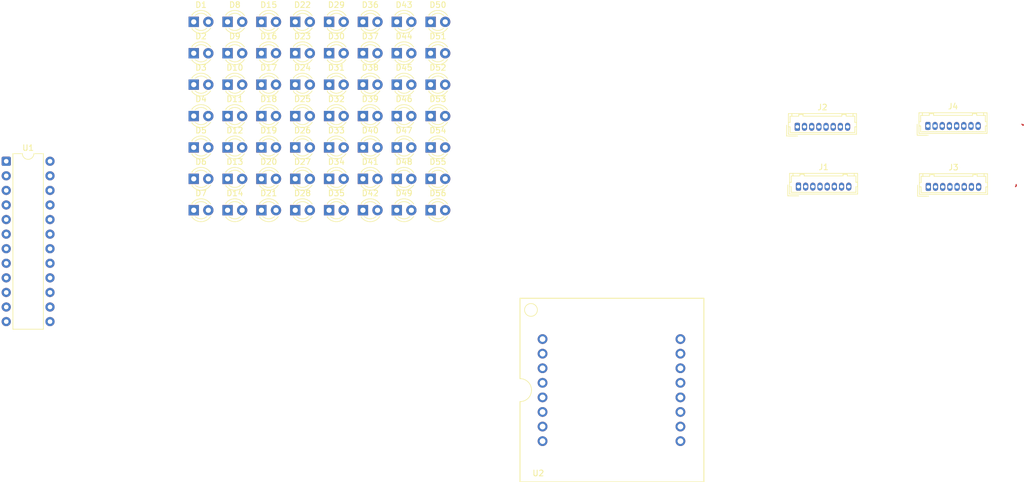
<source format=kicad_pcb>
(kicad_pcb (version 20241229) (generator "pcbnew") (generator_version "9.0")
  (layers (0 "F.Cu" signal) (2 "B.Cu" signal) (13 "F.Paste" user) (15 "B.Paste" user) (5 "F.SilkS" user "F.Silkscreen") (7 "B.SilkS" user "B.Silkscreen") (1 "F.Mask" user) (3 "B.Mask" user) (25 "Edge.Cuts" user))
  (net 0 "")
  (net 1 "Net-(D1-K)")
  (net 2 "Net-(D1-A)")
  (net 3 "Net-(D16-K)")
  (net 9 "Net-(D10-A)")
  (net 15 "Net-(D15-A)")
  (net 21 "Net-(D22-A)")
  (net 27 "Net-(D29-A)")
  (net 33 "Net-(D36-A)")
  (net 39 "Net-(D43-A)")
  (net 45 "Net-(D50-A)")
  (net 51 "4")
  (net 52 "7")
  (net 53 "6")
  (net 54 "5")
  (net 55 "8")
  (net 56 "2")
  (net 57 "3")
  (net 70 "Net-(U1-GND-Pad4)")
  (net 81 "1")
  (net 82 "16")
  (net 83 "15")
  (net 84 "10")
  (net 85 "9")
  (net 86 "14")
  (net 87 "12")
  (net 88 "11")
  (net 89 "13")
  (footprint "LED_THT:LED_D3.0mm_Clear" (layer "F.Cu") (at 110.998 71.3052)
    (property "Reference" "D54" (at 1.27 -2.96 0) (layer "F.SilkS"))
    (property "Value" "LED")
    (pad "1" thru_hole rect (at 0 0) (size 1.8 1.8) (drill 0.9) (layers "*.Cu" "*.Mask"))
    (pad "2" thru_hole circle (at 2.54 0) (size 1.8 1.8) (drill 0.9) (layers "*.Cu" "*.Mask") (net 45 "Net-(D50-A)"))
  )
  (footprint "LED_THT:LED_D3.0mm_Clear" (layer "F.Cu") (at 81.548 49.4252)
    (property "Reference" "D15" (at 1.27 -2.96 0) (layer "F.SilkS"))
    (property "Value" "LED")
    (pad "1" thru_hole rect (at 0 0) (size 1.8 1.8) (drill 0.9) (layers "*.Cu" "*.Mask") (net 1 "Net-(D1-K)"))
    (pad "2" thru_hole circle (at 2.54 0) (size 1.8 1.8) (drill 0.9) (layers "*.Cu" "*.Mask") (net 15 "Net-(D15-A)"))
  )
  (footprint "LED_THT:LED_D3.0mm_Clear" (layer "F.Cu") (at 99.218 76.7752)
    (property "Reference" "D41" (at 1.27 -2.96 0) (layer "F.SilkS"))
    (property "Value" "LED")
    (pad "1" thru_hole rect (at 0 0) (size 1.8 1.8) (drill 0.9) (layers "*.Cu" "*.Mask"))
    (pad "2" thru_hole circle (at 2.54 0) (size 1.8 1.8) (drill 0.9) (layers "*.Cu" "*.Mask") (net 33 "Net-(D36-A)"))
  )
  (footprint "LED_THT:LED_D3.0mm_Clear" (layer "F.Cu") (at 69.768 76.7752)
    (property "Reference" "D6" (at 1.27 -2.96 0) (layer "F.SilkS"))
    (property "Value" "LED")
    (pad "1" thru_hole rect (at 0 0) (size 1.8 1.8) (drill 0.9) (layers "*.Cu" "*.Mask"))
    (pad "2" thru_hole circle (at 2.54 0) (size 1.8 1.8) (drill 0.9) (layers "*.Cu" "*.Mask") (net 2 "Net-(D1-A)"))
  )
  (footprint "LED_THT:LED_D3.0mm_Clear" (layer "F.Cu") (at 69.768 65.8352)
    (property "Reference" "D4" (at 1.27 -2.96 0) (layer "F.SilkS"))
    (property "Value" "LED")
    (pad "1" thru_hole rect (at 0 0) (size 1.8 1.8) (drill 0.9) (layers "*.Cu" "*.Mask"))
    (pad "2" thru_hole circle (at 2.54 0) (size 1.8 1.8) (drill 0.9) (layers "*.Cu" "*.Mask") (net 2 "Net-(D1-A)"))
  )
  (footprint "LED_THT:LED_D3.0mm_Clear" (layer "F.Cu") (at 87.438 49.4252)
    (property "Reference" "D22" (at 1.27 -2.96 0) (layer "F.SilkS"))
    (property "Value" "LED")
    (pad "1" thru_hole rect (at 0 0) (size 1.8 1.8) (drill 0.9) (layers "*.Cu" "*.Mask") (net 1 "Net-(D1-K)"))
    (pad "2" thru_hole circle (at 2.54 0) (size 1.8 1.8) (drill 0.9) (layers "*.Cu" "*.Mask") (net 21 "Net-(D22-A)"))
  )
  (footprint "LED_THT:LED_D3.0mm_Clear" (layer "F.Cu") (at 75.658 76.7752)
    (property "Reference" "D13" (at 1.27 -2.96 0) (layer "F.SilkS"))
    (property "Value" "LED")
    (pad "1" thru_hole rect (at 0 0) (size 1.8 1.8) (drill 0.9) (layers "*.Cu" "*.Mask"))
    (pad "2" thru_hole circle (at 2.54 0) (size 1.8 1.8) (drill 0.9) (layers "*.Cu" "*.Mask") (net 9 "Net-(D10-A)"))
  )
  (footprint "LED_THT:LED_D3.0mm_Clear" (layer "F.Cu") (at 110.998 54.8952)
    (property "Reference" "D51" (at 1.27 -2.96 0) (layer "F.SilkS"))
    (property "Value" "LED")
    (pad "1" thru_hole rect (at 0 0) (size 1.8 1.8) (drill 0.9) (layers "*.Cu" "*.Mask") (net 3 "Net-(D16-K)"))
    (pad "2" thru_hole circle (at 2.54 0) (size 1.8 1.8) (drill 0.9) (layers "*.Cu" "*.Mask") (net 45 "Net-(D50-A)"))
  )
  (footprint "Connector_Hirose:Hirose_DF13-08P-1.25DSA_1x08_P1.25mm_Vertical" (layer "F.Cu") (at 174.8258 67.71)
    (property "Reference" "J2" (at 4.38 -3.4 0) (layer "F.SilkS"))
    (property "Value" "Pines moludo 9 a 16")
    (pad "1" thru_hole roundrect (at 0 0) (size 0.9 1.4) (drill 0.6) (layers "*.Cu" "*.Mask") (net 82 "16"))
    (pad "2" thru_hole oval (at 1.25 0) (size 0.9 1.4) (drill 0.6) (layers "*.Cu" "*.Mask") (net 83 "15"))
    (pad "3" thru_hole oval (at 2.5 0) (size 0.9 1.4) (drill 0.6) (layers "*.Cu" "*.Mask") (net 86 "14"))
    (pad "4" thru_hole oval (at 3.75 0) (size 0.9 1.4) (drill 0.6) (layers "*.Cu" "*.Mask") (net 89 "13"))
    (pad "5" thru_hole oval (at 5 0) (size 0.9 1.4) (drill 0.6) (layers "*.Cu" "*.Mask") (net 87 "12"))
    (pad "6" thru_hole oval (at 6.25 0) (size 0.9 1.4) (drill 0.6) (layers "*.Cu" "*.Mask") (net 88 "11"))
    (pad "7" thru_hole oval (at 7.5 0) (size 0.9 1.4) (drill 0.6) (layers "*.Cu" "*.Mask") (net 84 "10"))
    (pad "8" thru_hole oval (at 8.75 0) (size 0.9 1.4) (drill 0.6) (layers "*.Cu" "*.Mask") (net 85 "9"))
  )
  (footprint "Connector_Hirose:Hirose_DF13-08P-1.25DSA_1x08_P1.25mm_Vertical" (layer "F.Cu") (at 175.026 78.1304)
    (property "Reference" "J1" (at 4.38 -3.4 0) (layer "F.SilkS"))
    (property "Value" "PinesModulo 1 a 8")
    (pad "1" thru_hole roundrect (at 0 0) (size 0.9 1.4) (drill 0.6) (layers "*.Cu" "*.Mask") (net 81 "1"))
    (pad "2" thru_hole oval (at 1.25 0) (size 0.9 1.4) (drill 0.6) (layers "*.Cu" "*.Mask") (net 56 "2"))
    (pad "3" thru_hole oval (at 2.5 0) (size 0.9 1.4) (drill 0.6) (layers "*.Cu" "*.Mask") (net 57 "3"))
    (pad "4" thru_hole oval (at 3.75 0) (size 0.9 1.4) (drill 0.6) (layers "*.Cu" "*.Mask") (net 51 "4"))
    (pad "5" thru_hole oval (at 5 0) (size 0.9 1.4) (drill 0.6) (layers "*.Cu" "*.Mask") (net 54 "5"))
    (pad "6" thru_hole oval (at 6.25 0) (size 0.9 1.4) (drill 0.6) (layers "*.Cu" "*.Mask") (net 53 "6"))
    (pad "7" thru_hole oval (at 7.5 0) (size 0.9 1.4) (drill 0.6) (layers "*.Cu" "*.Mask") (net 52 "7"))
    (pad "8" thru_hole oval (at 8.75 0) (size 0.9 1.4) (drill 0.6) (layers "*.Cu" "*.Mask") (net 55 "8"))
  )
  (footprint "LED_THT:LED_D3.0mm_Clear" (layer "F.Cu") (at 93.328 71.3052)
    (property "Reference" "D33" (at 1.27 -2.96 0) (layer "F.SilkS"))
    (property "Value" "LED")
    (pad "1" thru_hole rect (at 0 0) (size 1.8 1.8) (drill 0.9) (layers "*.Cu" "*.Mask"))
    (pad "2" thru_hole circle (at 2.54 0) (size 1.8 1.8) (drill 0.9) (layers "*.Cu" "*.Mask") (net 27 "Net-(D29-A)"))
  )
  (footprint "LED_THT:LED_D3.0mm_Clear" (layer "F.Cu") (at 105.108 82.2452)
    (property "Reference" "D49" (at 1.27 -2.96 0) (layer "F.SilkS"))
    (property "Value" "LED")
    (pad "1" thru_hole rect (at 0 0) (size 1.8 1.8) (drill 0.9) (layers "*.Cu" "*.Mask"))
    (pad "2" thru_hole circle (at 2.54 0) (size 1.8 1.8) (drill 0.9) (layers "*.Cu" "*.Mask") (net 39 "Net-(D43-A)"))
  )
  (footprint "LED_THT:LED_D3.0mm_Clear" (layer "F.Cu") (at 75.658 82.2452)
    (property "Reference" "D14" (at 1.27 -2.96 0) (layer "F.SilkS"))
    (property "Value" "LED")
    (pad "1" thru_hole rect (at 0 0) (size 1.8 1.8) (drill 0.9) (layers "*.Cu" "*.Mask"))
    (pad "2" thru_hole circle (at 2.54 0) (size 1.8 1.8) (drill 0.9) (layers "*.Cu" "*.Mask") (net 9 "Net-(D10-A)"))
  )
  (footprint "LED_THT:LED_D3.0mm_Clear" (layer "F.Cu") (at 81.548 65.8352)
    (property "Reference" "D18" (at 1.27 -2.96 0) (layer "F.SilkS"))
    (property "Value" "LED")
    (pad "1" thru_hole rect (at 0 0) (size 1.8 1.8) (drill 0.9) (layers "*.Cu" "*.Mask"))
    (pad "2" thru_hole circle (at 2.54 0) (size 1.8 1.8) (drill 0.9) (layers "*.Cu" "*.Mask") (net 15 "Net-(D15-A)"))
  )
  (footprint "LED_THT:LED_D3.0mm_Clear" (layer "F.Cu") (at 93.328 60.3652)
    (property "Reference" "D31" (at 1.27 -2.96 0) (layer "F.SilkS"))
    (property "Value" "LED")
    (pad "1" thru_hole rect (at 0 0) (size 1.8 1.8) (drill 0.9) (layers "*.Cu" "*.Mask"))
    (pad "2" thru_hole circle (at 2.54 0) (size 1.8 1.8) (drill 0.9) (layers "*.Cu" "*.Mask") (net 27 "Net-(D29-A)"))
  )
  (footprint "Connector_Hirose:Hirose_DF13-08P-1.25DSA_1x08_P1.25mm_Vertical" (layer "F.Cu") (at 197.5504 67.564)
    (property "Reference" "J4" (at 4.38 -3.4 0) (layer "F.SilkS"))
    (property "Value" "Matriz LED Filas")
    (pad "1" thru_hole roundrect (at 0 0) (size 0.9 1.4) (drill 0.6) (layers "*.Cu" "*.Mask") (net 85 "9"))
    (pad "2" thru_hole oval (at 1.25 0) (size 0.9 1.4) (drill 0.6) (layers "*.Cu" "*.Mask") (net 86 "14"))
    (pad "3" thru_hole oval (at 2.5 0) (size 0.9 1.4) (drill 0.6) (layers "*.Cu" "*.Mask") (net 55 "8"))
    (pad "4" thru_hole oval (at 3.75 0) (size 0.9 1.4) (drill 0.6) (layers "*.Cu" "*.Mask") (net 87 "12"))
    (pad "5" thru_hole oval (at 5 0) (size 0.9 1.4) (drill 0.6) (layers "*.Cu" "*.Mask") (net 81 "1"))
    (pad "6" thru_hole oval (at 6.25 0) (size 0.9 1.4) (drill 0.6) (layers "*.Cu" "*.Mask") (net 52 "7"))
    (pad "7" thru_hole oval (at 7.5 0) (size 0.9 1.4) (drill 0.6) (layers "*.Cu" "*.Mask") (net 56 "2"))
    (pad "8" thru_hole oval (at 8.75 0) (size 0.9 1.4) (drill 0.6) (layers "*.Cu" "*.Mask") (net 54 "5"))
  )
  (footprint "LED_THT:LED_D3.0mm_Clear" (layer "F.Cu") (at 69.768 49.4252)
    (property "Reference" "D1" (at 1.27 -2.96 0) (layer "F.SilkS"))
    (property "Value" "LED")
    (pad "1" thru_hole rect (at 0 0) (size 1.8 1.8) (drill 0.9) (layers "*.Cu" "*.Mask") (net 1 "Net-(D1-K)"))
    (pad "2" thru_hole circle (at 2.54 0) (size 1.8 1.8) (drill 0.9) (layers "*.Cu" "*.Mask") (net 2 "Net-(D1-A)"))
  )
  (footprint "LED_THT:LED_D3.0mm_Clear" (layer "F.Cu") (at 87.438 82.2452)
    (property "Reference" "D28" (at 1.27 -2.96 0) (layer "F.SilkS"))
    (property "Value" "LED")
    (pad "1" thru_hole rect (at 0 0) (size 1.8 1.8) (drill 0.9) (layers "*.Cu" "*.Mask"))
    (pad "2" thru_hole circle (at 2.54 0) (size 1.8 1.8) (drill 0.9) (layers "*.Cu" "*.Mask") (net 21 "Net-(D22-A)"))
  )
  (footprint "LED_THT:LED_D3.0mm_Clear" (layer "F.Cu") (at 87.438 65.8352)
    (property "Reference" "D25" (at 1.27 -2.96 0) (layer "F.SilkS"))
    (property "Value" "LED")
    (pad "1" thru_hole rect (at 0 0) (size 1.8 1.8) (drill 0.9) (layers "*.Cu" "*.Mask"))
    (pad "2" thru_hole circle (at 2.54 0) (size 1.8 1.8) (drill 0.9) (layers "*.Cu" "*.Mask") (net 21 "Net-(D22-A)"))
  )
  (footprint "LED_THT:LED_D3.0mm_Clear" (layer "F.Cu") (at 105.108 76.7752)
    (property "Reference" "D48" (at 1.27 -2.96 0) (layer "F.SilkS"))
    (property "Value" "LED")
    (pad "1" thru_hole rect (at 0 0) (size 1.8 1.8) (drill 0.9) (layers "*.Cu" "*.Mask"))
    (pad "2" thru_hole circle (at 2.54 0) (size 1.8 1.8) (drill 0.9) (layers "*.Cu" "*.Mask") (net 39 "Net-(D43-A)"))
  )
  (footprint "LED_THT:LED_D3.0mm_Clear" (layer "F.Cu") (at 99.218 65.8352)
    (property "Reference" "D39" (at 1.27 -2.96 0) (layer "F.SilkS"))
    (property "Value" "LED")
    (pad "1" thru_hole rect (at 0 0) (size 1.8 1.8) (drill 0.9) (layers "*.Cu" "*.Mask"))
    (pad "2" thru_hole circle (at 2.54 0) (size 1.8 1.8) (drill 0.9) (layers "*.Cu" "*.Mask") (net 33 "Net-(D36-A)"))
  )
  (footprint "LED_THT:LED_D3.0mm_Clear" (layer "F.Cu") (at 93.328 49.4252)
    (property "Reference" "D29" (at 1.27 -2.96 0) (layer "F.SilkS"))
    (property "Value" "LED")
    (pad "1" thru_hole rect (at 0 0) (size 1.8 1.8) (drill 0.9) (layers "*.Cu" "*.Mask") (net 1 "Net-(D1-K)"))
    (pad "2" thru_hole circle (at 2.54 0) (size 1.8 1.8) (drill 0.9) (layers "*.Cu" "*.Mask") (net 27 "Net-(D29-A)"))
  )
  (footprint "LED_THT:LED_D3.0mm_Clear" (layer "F.Cu") (at 69.768 60.3652)
    (property "Reference" "D3" (at 1.27 -2.96 0) (layer "F.SilkS"))
    (property "Value" "LED")
    (pad "1" thru_hole rect (at 0 0) (size 1.8 1.8) (drill 0.9) (layers "*.Cu" "*.Mask"))
    (pad "2" thru_hole circle (at 2.54 0) (size 1.8 1.8) (drill 0.9) (layers "*.Cu" "*.Mask") (net 2 "Net-(D1-A)"))
  )
  (footprint "Connector_Hirose:Hirose_DF13-08P-1.25DSA_1x08_P1.25mm_Vertical" (layer "F.Cu") (at 197.632 78.1812)
    (property "Reference" "J3" (at 4.38 -3.4 0) (layer "F.SilkS"))
    (property "Value" "matriz LED Columnas")
    (pad "1" thru_hole roundrect (at 0 0) (size 0.9 1.4) (drill 0.6) (layers "*.Cu" "*.Mask") (net 89 "13"))
    (pad "2" thru_hole oval (at 1.25 0) (size 0.9 1.4) (drill 0.6) (layers "*.Cu" "*.Mask") (net 57 "3"))
    (pad "3" thru_hole oval (at 2.5 0) (size 0.9 1.4) (drill 0.6) (layers "*.Cu" "*.Mask") (net 51 "4"))
    (pad "4" thru_hole oval (at 3.75 0) (size 0.9 1.4) (drill 0.6) (layers "*.Cu" "*.Mask") (net 84 "10"))
    (pad "5" thru_hole oval (at 5 0) (size 0.9 1.4) (drill 0.6) (layers "*.Cu" "*.Mask") (net 53 "6"))
    (pad "6" thru_hole oval (at 6.25 0) (size 0.9 1.4) (drill 0.6) (layers "*.Cu" "*.Mask") (net 88 "11"))
    (pad "7" thru_hole oval (at 7.5 0) (size 0.9 1.4) (drill 0.6) (layers "*.Cu" "*.Mask") (net 83 "15"))
    (pad "8" thru_hole oval (at 8.75 0) (size 0.9 1.4) (drill 0.6) (layers "*.Cu" "*.Mask") (net 82 "16"))
  )
  (footprint "LED_THT:LED_D3.0mm_Clear" (layer "F.Cu") (at 75.658 65.8352)
    (property "Reference" "D11" (at 1.27 -2.96 0) (layer "F.SilkS"))
    (property "Value" "LED")
    (pad "1" thru_hole rect (at 0 0) (size 1.8 1.8) (drill 0.9) (layers "*.Cu" "*.Mask"))
    (pad "2" thru_hole circle (at 2.54 0) (size 1.8 1.8) (drill 0.9) (layers "*.Cu" "*.Mask") (net 9 "Net-(D10-A)"))
  )
  (footprint "LED_THT:LED_D3.0mm_Clear" (layer "F.Cu") (at 105.108 71.3052)
    (property "Reference" "D47" (at 1.27 -2.96 0) (layer "F.SilkS"))
    (property "Value" "LED")
    (pad "1" thru_hole rect (at 0 0) (size 1.8 1.8) (drill 0.9) (layers "*.Cu" "*.Mask"))
    (pad "2" thru_hole circle (at 2.54 0) (size 1.8 1.8) (drill 0.9) (layers "*.Cu" "*.Mask") (net 39 "Net-(D43-A)"))
  )
  (footprint "LED_THT:LED_D3.0mm_Clear" (layer "F.Cu") (at 105.108 60.3652)
    (property "Reference" "D45" (at 1.27 -2.96 0) (layer "F.SilkS"))
    (property "Value" "LED")
    (pad "1" thru_hole rect (at 0 0) (size 1.8 1.8) (drill 0.9) (layers "*.Cu" "*.Mask"))
    (pad "2" thru_hole circle (at 2.54 0) (size 1.8 1.8) (drill 0.9) (layers "*.Cu" "*.Mask") (net 39 "Net-(D43-A)"))
  )
  (footprint "LED_THT:LED_D3.0mm_Clear" (layer "F.Cu") (at 81.548 60.3652)
    (property "Reference" "D17" (at 1.27 -2.96 0) (layer "F.SilkS"))
    (property "Value" "LED")
    (pad "1" thru_hole rect (at 0 0) (size 1.8 1.8) (drill 0.9) (layers "*.Cu" "*.Mask"))
    (pad "2" thru_hole circle (at 2.54 0) (size 1.8 1.8) (drill 0.9) (layers "*.Cu" "*.Mask") (net 15 "Net-(D15-A)"))
  )
  (footprint "LED_THT:LED_D3.0mm_Clear" (layer "F.Cu") (at 105.108 65.8352)
    (property "Reference" "D46" (at 1.27 -2.96 0) (layer "F.SilkS"))
    (property "Value" "LED")
    (pad "1" thru_hole rect (at 0 0) (size 1.8 1.8) (drill 0.9) (layers "*.Cu" "*.Mask"))
    (pad "2" thru_hole circle (at 2.54 0) (size 1.8 1.8) (drill 0.9) (layers "*.Cu" "*.Mask") (net 39 "Net-(D43-A)"))
  )
  (footprint "LED_THT:LED_D3.0mm_Clear" (layer "F.Cu") (at 87.438 76.7752)
    (property "Reference" "D27" (at 1.27 -2.96 0) (layer "F.SilkS"))
    (property "Value" "LED")
    (pad "1" thru_hole rect (at 0 0) (size 1.8 1.8) (drill 0.9) (layers "*.Cu" "*.Mask"))
    (pad "2" thru_hole circle (at 2.54 0) (size 1.8 1.8) (drill 0.9) (layers "*.Cu" "*.Mask") (net 21 "Net-(D22-A)"))
  )
  (footprint "Package_DIP:DIP-24_W7.62mm" (layer "F.Cu") (at 37.1348 73.7108)
    (property "Reference" "U1" (at 3.81 -2.33 0) (layer "F.SilkS"))
    (property "Value" "MAX7219")
    (pad "1" thru_hole roundrect (at 0 0) (size 1.6 1.6) (drill 0.8) (layers "*.Cu" "*.Mask") (roundrect_rratio 0.15625))
    (pad "2" thru_hole circle (at 0 2.54) (size 1.6 1.6) (drill 0.8) (layers "*.Cu" "*.Mask"))
    (pad "3" thru_hole circle (at 0 5.08) (size 1.6 1.6) (drill 0.8) (layers "*.Cu" "*.Mask"))
    (pad "4" thru_hole circle (at 0 7.62) (size 1.6 1.6) (drill 0.8) (layers "*.Cu" "*.Mask") (net 70 "Net-(U1-GND-Pad4)"))
    (pad "5" thru_hole circle (at 0 10.16) (size 1.6 1.6) (drill 0.8) (layers "*.Cu" "*.Mask"))
    (pad "6" thru_hole circle (at 0 12.7) (size 1.6 1.6) (drill 0.8) (layers "*.Cu" "*.Mask"))
    (pad "7" thru_hole circle (at 0 15.24) (size 1.6 1.6) (drill 0.8) (layers "*.Cu" "*.Mask"))
    (pad "8" thru_hole circle (at 0 17.78) (size 1.6 1.6) (drill 0.8) (layers "*.Cu" "*.Mask"))
    (pad "9" thru_hole circle (at 0 20.32) (size 1.6 1.6) (drill 0.8) (layers "*.Cu" "*.Mask") (net 70 "Net-(U1-GND-Pad4)"))
    (pad "10" thru_hole circle (at 0 22.86) (size 1.6 1.6) (drill 0.8) (layers "*.Cu" "*.Mask"))
    (pad "11" thru_hole circle (at 0 25.4) (size 1.6 1.6) (drill 0.8) (layers "*.Cu" "*.Mask"))
    (pad "12" thru_hole circle (at 0 27.94) (size 1.6 1.6) (drill 0.8) (layers "*.Cu" "*.Mask"))
    (pad "13" thru_hole circle (at 7.62 27.94) (size 1.6 1.6) (drill 0.8) (layers "*.Cu" "*.Mask"))
    (pad "14" thru_hole circle (at 7.62 25.4) (size 1.6 1.6) (drill 0.8) (layers "*.Cu" "*.Mask"))
    (pad "15" thru_hole circle (at 7.62 22.86) (size 1.6 1.6) (drill 0.8) (layers "*.Cu" "*.Mask"))
    (pad "16" thru_hole circle (at 7.62 20.32) (size 1.6 1.6) (drill 0.8) (layers "*.Cu" "*.Mask"))
    (pad "17" thru_hole circle (at 7.62 17.78) (size 1.6 1.6) (drill 0.8) (layers "*.Cu" "*.Mask"))
    (pad "18" thru_hole circle (at 7.62 15.24) (size 1.6 1.6) (drill 0.8) (layers "*.Cu" "*.Mask"))
    (pad "19" thru_hole circle (at 7.62 12.7) (size 1.6 1.6) (drill 0.8) (layers "*.Cu" "*.Mask"))
    (pad "20" thru_hole circle (at 7.62 10.16) (size 1.6 1.6) (drill 0.8) (layers "*.Cu" "*.Mask"))
    (pad "21" thru_hole circle (at 7.62 7.62) (size 1.6 1.6) (drill 0.8) (layers "*.Cu" "*.Mask"))
    (pad "22" thru_hole circle (at 7.62 5.08) (size 1.6 1.6) (drill 0.8) (layers "*.Cu" "*.Mask"))
    (pad "23" thru_hole circle (at 7.62 2.54) (size 1.6 1.6) (drill 0.8) (layers "*.Cu" "*.Mask"))
    (pad "24" thru_hole circle (at 7.62 0) (size 1.6 1.6) (drill 0.8) (layers "*.Cu" "*.Mask"))
  )
  (footprint "LED_THT:LED_D3.0mm_Clear" (layer "F.Cu") (at 99.218 49.4252)
    (property "Reference" "D36" (at 1.27 -2.96 0) (layer "F.SilkS"))
    (property "Value" "LED")
    (pad "1" thru_hole rect (at 0 0) (size 1.8 1.8) (drill 0.9) (layers "*.Cu" "*.Mask") (net 1 "Net-(D1-K)"))
    (pad "2" thru_hole circle (at 2.54 0) (size 1.8 1.8) (drill 0.9) (layers "*.Cu" "*.Mask") (net 33 "Net-(D36-A)"))
  )
  (footprint "LED_THT:LED_D3.0mm_Clear" (layer "F.Cu") (at 69.768 82.2452)
    (property "Reference" "D7" (at 1.27 -2.96 0) (layer "F.SilkS"))
    (property "Value" "LED")
    (pad "1" thru_hole rect (at 0 0) (size 1.8 1.8) (drill 0.9) (layers "*.Cu" "*.Mask"))
    (pad "2" thru_hole circle (at 2.54 0) (size 1.8 1.8) (drill 0.9) (layers "*.Cu" "*.Mask") (net 2 "Net-(D1-A)"))
  )
  (footprint "LED_THT:LED_D3.0mm_Clear" (layer "F.Cu") (at 69.768 54.8952)
    (property "Reference" "D2" (at 1.27 -2.96 0) (layer "F.SilkS"))
    (property "Value" "LED")
    (pad "1" thru_hole rect (at 0 0) (size 1.8 1.8) (drill 0.9) (layers "*.Cu" "*.Mask") (net 3 "Net-(D16-K)"))
    (pad "2" thru_hole circle (at 2.54 0) (size 1.8 1.8) (drill 0.9) (layers "*.Cu" "*.Mask") (net 2 "Net-(D1-A)"))
  )
  (footprint "LED_THT:LED_D3.0mm_Clear" (layer "F.Cu") (at 93.328 82.2452)
    (property "Reference" "D35" (at 1.27 -2.96 0) (layer "F.SilkS"))
    (property "Value" "LED")
    (pad "1" thru_hole rect (at 0 0) (size 1.8 1.8) (drill 0.9) (layers "*.Cu" "*.Mask"))
    (pad "2" thru_hole circle (at 2.54 0) (size 1.8 1.8) (drill 0.9) (layers "*.Cu" "*.Mask") (net 27 "Net-(D29-A)"))
  )
  (footprint "LED_THT:LED_D3.0mm_Clear" (layer "F.Cu") (at 110.998 82.2452)
    (property "Reference" "D56" (at 1.27 -2.96 0) (layer "F.SilkS"))
    (property "Value" "LED")
    (pad "1" thru_hole rect (at 0 0) (size 1.8 1.8) (drill 0.9) (layers "*.Cu" "*.Mask"))
    (pad "2" thru_hole circle (at 2.54 0) (size 1.8 1.8) (drill 0.9) (layers "*.Cu" "*.Mask") (net 45 "Net-(D50-A)"))
  )
  (footprint "LED_THT:LED_D3.0mm_Clear" (layer "F.Cu") (at 81.548 82.2452)
    (property "Reference" "D21" (at 1.27 -2.96 0) (layer "F.SilkS"))
    (property "Value" "LED")
    (pad "1" thru_hole rect (at 0 0) (size 1.8 1.8) (drill 0.9) (layers "*.Cu" "*.Mask"))
    (pad "2" thru_hole circle (at 2.54 0) (size 1.8 1.8) (drill 0.9) (layers "*.Cu" "*.Mask") (net 15 "Net-(D15-A)"))
  )
  (footprint "LED_THT:LED_D3.0mm_Clear" (layer "F.Cu") (at 110.998 60.3652)
    (property "Reference" "D52" (at 1.27 -2.96 0) (layer "F.SilkS"))
    (property "Value" "LED")
    (pad "1" thru_hole rect (at 0 0) (size 1.8 1.8) (drill 0.9) (layers "*.Cu" "*.Mask"))
    (pad "2" thru_hole circle (at 2.54 0) (size 1.8 1.8) (drill 0.9) (layers "*.Cu" "*.Mask") (net 45 "Net-(D50-A)"))
  )
  (footprint "LED_THT:LED_D3.0mm_Clear" (layer "F.Cu") (at 110.998 49.4252)
    (property "Reference" "D50" (at 1.27 -2.96 0) (layer "F.SilkS"))
    (property "Value" "LED")
    (pad "1" thru_hole rect (at 0 0) (size 1.8 1.8) (drill 0.9) (layers "*.Cu" "*.Mask") (net 1 "Net-(D1-K)"))
    (pad "2" thru_hole circle (at 2.54 0) (size 1.8 1.8) (drill 0.9) (layers "*.Cu" "*.Mask") (net 45 "Net-(D50-A)"))
  )
  (footprint "lib_fp:LED_1088_Pin_Header" (layer "F.Cu") (at 126.5628 97.5888)
    (property "Reference" "U2" (at 3.175 30.48 0) (layer "F.SilkS"))
    (property "Value" "1088AS")
    (pad "1" thru_hole circle (at 3.92 7.11 270) (size 1.7 1.7) (drill 1) (layers "*.Cu" "*.Mask"))
    (pad "2" thru_hole circle (at 3.92 9.65 270) (size 1.7 1.7) (drill 1) (layers "*.Cu" "*.Mask"))
    (pad "3" thru_hole circle (at 3.92 12.19 270) (size 1.7 1.7) (drill 1) (layers "*.Cu" "*.Mask"))
    (pad "4" thru_hole circle (at 3.92 14.73 270) (size 1.7 1.7) (drill 1) (layers "*.Cu" "*.Mask"))
    (pad "5" thru_hole circle (at 3.92 17.27 270) (size 1.7 1.7) (drill 1) (layers "*.Cu" "*.Mask"))
    (pad "6" thru_hole circle (at 3.92 19.81 270) (size 1.7 1.7) (drill 1) (layers "*.Cu" "*.Mask"))
    (pad "7" thru_hole circle (at 3.92 22.35 270) (size 1.7 1.7) (drill 1) (layers "*.Cu" "*.Mask"))
    (pad "8" thru_hole circle (at 3.92 24.89 270) (size 1.7 1.7) (drill 1) (layers "*.Cu" "*.Mask"))
    (pad "9" thru_hole circle (at 27.92 24.89 270) (size 1.7 1.7) (drill 1) (layers "*.Cu" "*.Mask"))
    (pad "10" thru_hole circle (at 27.92 22.35 270) (size 1.7 1.7) (drill 1) (layers "*.Cu" "*.Mask"))
    (pad "11" thru_hole circle (at 27.92 19.81 270) (size 1.7 1.7) (drill 1) (layers "*.Cu" "*.Mask"))
    (pad "12" thru_hole circle (at 27.92 17.27 270) (size 1.7 1.7) (drill 1) (layers "*.Cu" "*.Mask"))
    (pad "13" thru_hole circle (at 27.92 14.73 270) (size 1.7 1.7) (drill 1) (layers "*.Cu" "*.Mask"))
    (pad "14" thru_hole circle (at 27.92 12.19 270) (size 1.7 1.7) (drill 1) (layers "*.Cu" "*.Mask"))
    (pad "15" thru_hole circle (at 27.92 9.65 270) (size 1.7 1.7) (drill 1) (layers "*.Cu" "*.Mask"))
    (pad "16" thru_hole circle (at 27.92 7.11 270) (size 1.7 1.7) (drill 1) (layers "*.Cu" "*.Mask"))
  )
  (footprint "LED_THT:LED_D3.0mm_Clear" (layer "F.Cu") (at 99.218 82.2452)
    (property "Reference" "D42" (at 1.27 -2.96 0) (layer "F.SilkS"))
    (property "Value" "LED")
    (pad "1" thru_hole rect (at 0 0) (size 1.8 1.8) (drill 0.9) (layers "*.Cu" "*.Mask"))
    (pad "2" thru_hole circle (at 2.54 0) (size 1.8 1.8) (drill 0.9) (layers "*.Cu" "*.Mask") (net 33 "Net-(D36-A)"))
  )
  (footprint "LED_THT:LED_D3.0mm_Clear" (layer "F.Cu") (at 87.438 71.3052)
    (property "Reference" "D26" (at 1.27 -2.96 0) (layer "F.SilkS"))
    (property "Value" "LED")
    (pad "1" thru_hole rect (at 0 0) (size 1.8 1.8) (drill 0.9) (layers "*.Cu" "*.Mask"))
    (pad "2" thru_hole circle (at 2.54 0) (size 1.8 1.8) (drill 0.9) (layers "*.Cu" "*.Mask") (net 21 "Net-(D22-A)"))
  )
  (footprint "LED_THT:LED_D3.0mm_Clear" (layer "F.Cu") (at 75.658 49.4252)
    (property "Reference" "D8" (at 1.27 -2.96 0) (layer "F.SilkS"))
    (property "Value" "LED")
    (pad "1" thru_hole rect (at 0 0) (size 1.8 1.8) (drill 0.9) (layers "*.Cu" "*.Mask") (net 1 "Net-(D1-K)"))
    (pad "2" thru_hole circle (at 2.54 0) (size 1.8 1.8) (drill 0.9) (layers "*.Cu" "*.Mask") (net 9 "Net-(D10-A)"))
  )
  (footprint "LED_THT:LED_D3.0mm_Clear" (layer "F.Cu") (at 69.768 71.3052)
    (property "Reference" "D5" (at 1.27 -2.96 0) (layer "F.SilkS"))
    (property "Value" "LED")
    (pad "1" thru_hole rect (at 0 0) (size 1.8 1.8) (drill 0.9) (layers "*.Cu" "*.Mask"))
    (pad "2" thru_hole circle (at 2.54 0) (size 1.8 1.8) (drill 0.9) (layers "*.Cu" "*.Mask") (net 2 "Net-(D1-A)"))
  )
  (footprint "LED_THT:LED_D3.0mm_Clear" (layer "F.Cu") (at 75.658 60.3652)
    (property "Reference" "D10" (at 1.27 -2.96 0) (layer "F.SilkS"))
    (property "Value" "LED")
    (pad "1" thru_hole rect (at 0 0) (size 1.8 1.8) (drill 0.9) (layers "*.Cu" "*.Mask"))
    (pad "2" thru_hole circle (at 2.54 0) (size 1.8 1.8) (drill 0.9) (layers "*.Cu" "*.Mask") (net 9 "Net-(D10-A)"))
  )
  (footprint "LED_THT:LED_D3.0mm_Clear" (layer "F.Cu") (at 81.548 71.3052)
    (property "Reference" "D19" (at 1.27 -2.96 0) (layer "F.SilkS"))
    (property "Value" "LED")
    (pad "1" thru_hole rect (at 0 0) (size 1.8 1.8) (drill 0.9) (layers "*.Cu" "*.Mask"))
    (pad "2" thru_hole circle (at 2.54 0) (size 1.8 1.8) (drill 0.9) (layers "*.Cu" "*.Mask") (net 15 "Net-(D15-A)"))
  )
  (footprint "LED_THT:LED_D3.0mm_Clear" (layer "F.Cu") (at 93.328 54.8952)
    (property "Reference" "D30" (at 1.27 -2.96 0) (layer "F.SilkS"))
    (property "Value" "LED")
    (pad "1" thru_hole rect (at 0 0) (size 1.8 1.8) (drill 0.9) (layers "*.Cu" "*.Mask") (net 3 "Net-(D16-K)"))
    (pad "2" thru_hole circle (at 2.54 0) (size 1.8 1.8) (drill 0.9) (layers "*.Cu" "*.Mask") (net 27 "Net-(D29-A)"))
  )
  (footprint "LED_THT:LED_D3.0mm_Clear" (layer "F.Cu") (at 93.328 65.8352)
    (property "Reference" "D32" (at 1.27 -2.96 0) (layer "F.SilkS"))
    (property "Value" "LED")
    (pad "1" thru_hole rect (at 0 0) (size 1.8 1.8) (drill 0.9) (layers "*.Cu" "*.Mask"))
    (pad "2" thru_hole circle (at 2.54 0) (size 1.8 1.8) (drill 0.9) (layers "*.Cu" "*.Mask") (net 27 "Net-(D29-A)"))
  )
  (footprint "LED_THT:LED_D3.0mm_Clear" (layer "F.Cu") (at 81.548 76.7752)
    (property "Reference" "D20" (at 1.27 -2.96 0) (layer "F.SilkS"))
    (property "Value" "LED")
    (pad "1" thru_hole rect (at 0 0) (size 1.8 1.8) (drill 0.9) (layers "*.Cu" "*.Mask"))
    (pad "2" thru_hole circle (at 2.54 0) (size 1.8 1.8) (drill 0.9) (layers "*.Cu" "*.Mask") (net 15 "Net-(D15-A)"))
  )
  (footprint "LED_THT:LED_D3.0mm_Clear" (layer "F.Cu") (at 99.218 54.8952)
    (property "Reference" "D37" (at 1.27 -2.96 0) (layer "F.SilkS"))
    (property "Value" "LED")
    (pad "1" thru_hole rect (at 0 0) (size 1.8 1.8) (drill 0.9) (layers "*.Cu" "*.Mask") (net 3 "Net-(D16-K)"))
    (pad "2" thru_hole circle (at 2.54 0) (size 1.8 1.8) (drill 0.9) (layers "*.Cu" "*.Mask") (net 33 "Net-(D36-A)"))
  )
  (footprint "LED_THT:LED_D3.0mm_Clear" (layer "F.Cu") (at 110.998 76.7752)
    (property "Reference" "D55" (at 1.27 -2.96 0) (layer "F.SilkS"))
    (property "Value" "LED")
    (pad "1" thru_hole rect (at 0 0) (size 1.8 1.8) (drill 0.9) (layers "*.Cu" "*.Mask"))
    (pad "2" thru_hole circle (at 2.54 0) (size 1.8 1.8) (drill 0.9) (layers "*.Cu" "*.Mask") (net 45 "Net-(D50-A)"))
  )
  (footprint "LED_THT:LED_D3.0mm_Clear" (layer "F.Cu") (at 99.218 60.3652)
    (property "Reference" "D38" (at 1.27 -2.96 0) (layer "F.SilkS"))
    (property "Value" "LED")
    (pad "1" thru_hole rect (at 0 0) (size 1.8 1.8) (drill 0.9) (layers "*.Cu" "*.Mask"))
    (pad "2" thru_hole circle (at 2.54 0) (size 1.8 1.8) (drill 0.9) (layers "*.Cu" "*.Mask") (net 33 "Net-(D36-A)"))
  )
  (footprint "LED_THT:LED_D3.0mm_Clear" (layer "F.Cu") (at 105.108 54.8952)
    (property "Reference" "D44" (at 1.27 -2.96 0) (layer "F.SilkS"))
    (property "Value" "LED")
    (pad "1" thru_hole rect (at 0 0) (size 1.8 1.8) (drill 0.9) (layers "*.Cu" "*.Mask") (net 3 "Net-(D16-K)"))
    (pad "2" thru_hole circle (at 2.54 0) (size 1.8 1.8) (drill 0.9) (layers "*.Cu" "*.Mask") (net 39 "Net-(D43-A)"))
  )
  (footprint "LED_THT:LED_D3.0mm_Clear" (layer "F.Cu") (at 87.438 54.8952)
    (property "Reference" "D23" (at 1.27 -2.96 0) (layer "F.SilkS"))
    (property "Value" "LED")
    (pad "1" thru_hole rect (at 0 0) (size 1.8 1.8) (drill 0.9) (layers "*.Cu" "*.Mask") (net 3 "Net-(D16-K)"))
    (pad "2" thru_hole circle (at 2.54 0) (size 1.8 1.8) (drill 0.9) (layers "*.Cu" "*.Mask") (net 21 "Net-(D22-A)"))
  )
  (footprint "LED_THT:LED_D3.0mm_Clear" (layer "F.Cu") (at 75.658 71.3052)
    (property "Reference" "D12" (at 1.27 -2.96 0) (layer "F.SilkS"))
    (property "Value" "LED")
    (pad "1" thru_hole rect (at 0 0) (size 1.8 1.8) (drill 0.9) (layers "*.Cu" "*.Mask"))
    (pad "2" thru_hole circle (at 2.54 0) (size 1.8 1.8) (drill 0.9) (layers "*.Cu" "*.Mask") (net 9 "Net-(D10-A)"))
  )
  (footprint "LED_THT:LED_D3.0mm_Clear" (layer "F.Cu") (at 75.658 54.8952)
    (property "Reference" "D9" (at 1.27 -2.96 0) (layer "F.SilkS"))
    (property "Value" "LED")
    (pad "1" thru_hole rect (at 0 0) (size 1.8 1.8) (drill 0.9) (layers "*.Cu" "*.Mask") (net 3 "Net-(D16-K)"))
    (pad "2" thru_hole circle (at 2.54 0) (size 1.8 1.8) (drill 0.9) (layers "*.Cu" "*.Mask") (net 9 "Net-(D10-A)"))
  )
  (footprint "LED_THT:LED_D3.0mm_Clear" (layer "F.Cu") (at 87.438 60.3652)
    (property "Reference" "D24" (at 1.27 -2.96 0) (layer "F.SilkS"))
    (property "Value" "LED")
    (pad "1" thru_hole rect (at 0 0) (size 1.8 1.8) (drill 0.9) (layers "*.Cu" "*.Mask"))
    (pad "2" thru_hole circle (at 2.54 0) (size 1.8 1.8) (drill 0.9) (layers "*.Cu" "*.Mask") (net 21 "Net-(D22-A)"))
  )
  (footprint "LED_THT:LED_D3.0mm_Clear" (layer "F.Cu") (at 93.328 76.7752)
    (property "Reference" "D34" (at 1.27 -2.96 0) (layer "F.SilkS"))
    (property "Value" "LED")
    (pad "1" thru_hole rect (at 0 0) (size 1.8 1.8) (drill 0.9) (layers "*.Cu" "*.Mask"))
    (pad "2" thru_hole circle (at 2.54 0) (size 1.8 1.8) (drill 0.9) (layers "*.Cu" "*.Mask") (net 27 "Net-(D29-A)"))
  )
  (footprint "LED_THT:LED_D3.0mm_Clear" (layer "F.Cu") (at 105.108 49.4252)
    (property "Reference" "D43" (at 1.27 -2.96 0) (layer "F.SilkS"))
    (property "Value" "LED")
    (pad "1" thru_hole rect (at 0 0) (size 1.8 1.8) (drill 0.9) (layers "*.Cu" "*.Mask") (net 1 "Net-(D1-K)"))
    (pad "2" thru_hole circle (at 2.54 0) (size 1.8 1.8) (drill 0.9) (layers "*.Cu" "*.Mask") (net 39 "Net-(D43-A)"))
  )
  (footprint "LED_THT:LED_D3.0mm_Clear" (layer "F.Cu") (at 99.218 71.3052)
    (property "Reference" "D40" (at 1.27 -2.96 0) (layer "F.SilkS"))
    (property "Value" "LED")
    (pad "1" thru_hole rect (at 0 0) (size 1.8 1.8) (drill 0.9) (layers "*.Cu" "*.Mask"))
    (pad "2" thru_hole circle (at 2.54 0) (size 1.8 1.8) (drill 0.9) (layers "*.Cu" "*.Mask") (net 33 "Net-(D36-A)"))
  )
  (footprint "LED_THT:LED_D3.0mm_Clear" (layer "F.Cu") (at 81.548 54.8952)
    (property "Reference" "D16" (at 1.27 -2.96 0) (layer "F.SilkS"))
    (property "Value" "LED")
    (pad "1" thru_hole rect (at 0 0) (size 1.8 1.8) (drill 0.9) (layers "*.Cu" "*.Mask") (net 3 "Net-(D16-K)"))
    (pad "2" thru_hole circle (at 2.54 0) (size 1.8 1.8) (drill 0.9) (layers "*.Cu" "*.Mask") (net 15 "Net-(D15-A)"))
  )
  (footprint "LED_THT:LED_D3.0mm_Clear" (layer "F.Cu") (at 110.998 65.8352)
    (property "Reference" "D53" (at 1.27 -2.96 0) (layer "F.SilkS"))
    (property "Value" "LED")
    (pad "1" thru_hole rect (at 0 0) (size 1.8 1.8) (drill 0.9) (layers "*.Cu" "*.Mask"))
    (pad "2" thru_hole circle (at 2.54 0) (size 1.8 1.8) (drill 0.9) (layers "*.Cu" "*.Mask") (net 45 "Net-(D50-A)"))
  )
  (segment (start 214.1386 67.4116) (end 214.1974 67.3528) (width 0.2) (layer "F.Cu") (net 81))
  (segment (start 214.0712 67.4116) (end 214.1386 67.4116) (width 0.2) (layer "F.Cu") (net 81))
  (segment (start 213.9188 67.2592) (end 214.0712 67.4116) (width 0.2) (layer "F.Cu") (net 81))
  (segment (start 183.933 67.3528) (end 183.5758 67.71) (width 0.2) (layer "F.Cu") (net 85))
  (segment (start 212.9228 77.7748) (end 212.9228 78.0088) (width 0.2) (layer "F.Cu") (net 89))
  (segment (start 212.9228 78.0088) (end 212.8012 78.1304) (width 0.2) (layer "F.Cu") (net 89))
)
</source>
